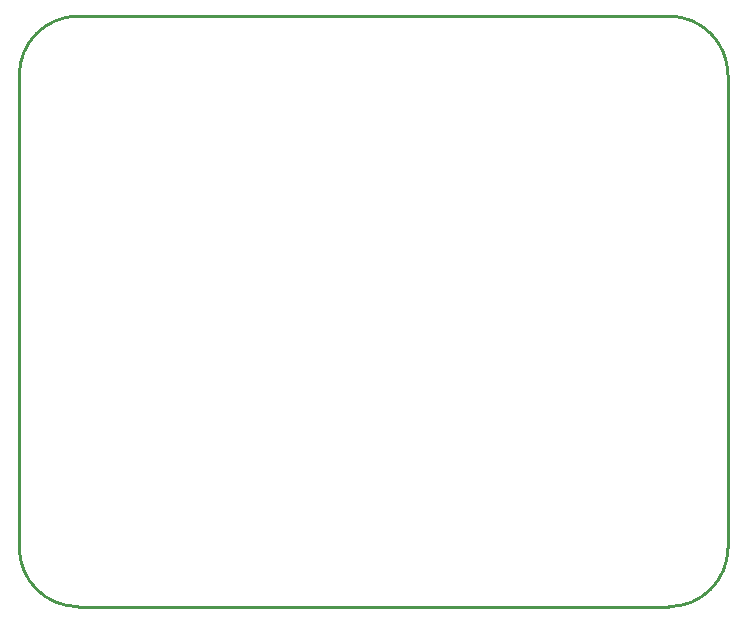
<source format=gko>
G04 Layer: BoardOutlineLayer*
G04 EasyEDA v6.5.23, 2023-05-07 17:20:53*
G04 06317d6caa1047b3ac86ced241ba49f9,e617cb807303496c873bc539bd577a54,10*
G04 Gerber Generator version 0.2*
G04 Scale: 100 percent, Rotated: No, Reflected: No *
G04 Dimensions in millimeters *
G04 leading zeros omitted , absolute positions ,4 integer and 5 decimal *
%FSLAX45Y45*%
%MOMM*%

%ADD10C,0.2540*%
D10*
X0Y499998D02*
G01*
X0Y4499990D01*
X5499988Y0D02*
G01*
X499998Y0D01*
X5999988Y4499990D02*
G01*
X5999988Y499998D01*
X499998Y4999989D02*
G01*
X5499988Y4999989D01*
G75*
G01*
X5499989Y4999990D02*
G02*
X5999988Y4499991I0J-499999D01*
G75*
G01*
X5999988Y499999D02*
G02*
X5499989Y0I-499999J0D01*
G75*
G01*
X499999Y0D02*
G02*
X0Y499999I0J499999D01*
G75*
G01*
X0Y4499991D02*
G02*
X499999Y4999990I499999J0D01*

%LPD*%
M02*

</source>
